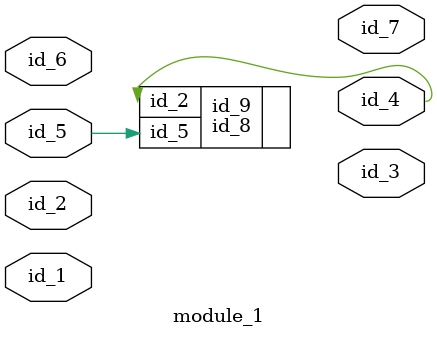
<source format=v>
`define pp_1 0
module module_0 (
    output [id_1 : id_1] id_2,
    input id_3,
    input id_4,
    output id_5
);
  always @(*) begin
    id_4 <= id_3[1'h0] == id_5;
  end
endmodule
module module_1 (
    id_1,
    id_2,
    id_3,
    id_4,
    id_5,
    id_6,
    id_7
);
  output id_7;
  input id_6;
  input id_5;
  output id_4;
  output id_3;
  input id_2;
  input id_1;
  id_8 id_9 (
      .id_5(id_6),
      .id_5(id_5),
      .id_2(id_4)
  );
  id_10 id_11 (
      .id_2(1),
      .id_9(id_1)
  );
endmodule

</source>
